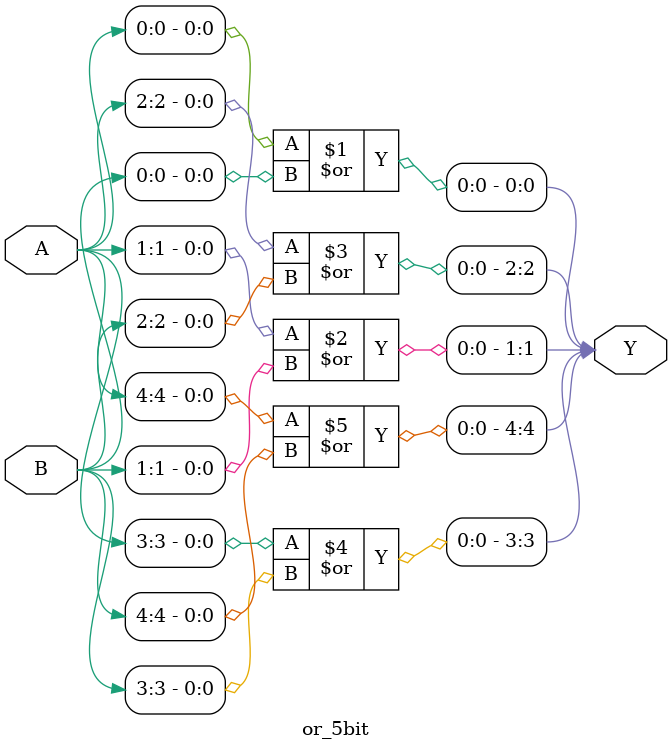
<source format=v>
module or_5bit (output [4:0] Y, input [4:0] A, input [4:0] B);
	or or1(Y[0], A[0], B[0]);
	or or2(Y[1], A[1], B[1]);
	or or3(Y[2], A[2], B[2]);
	or or4(Y[3], A[3], B[3]);
	or or5(Y[4], A[4], B[4]);
endmodule
</source>
